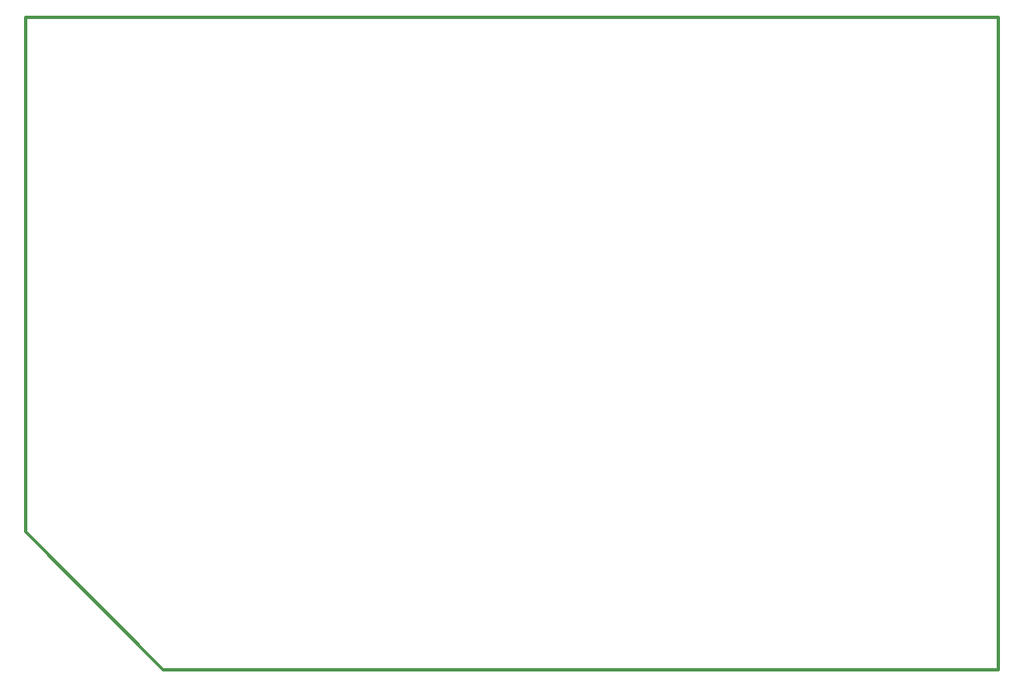
<source format=gbr>
%TF.GenerationSoftware,KiCad,Pcbnew,(6.0.9)*%
%TF.CreationDate,2023-06-16T09:03:50+03:00*%
%TF.ProjectId,pcb-design,7063622d-6465-4736-9967-6e2e6b696361,rev?*%
%TF.SameCoordinates,Original*%
%TF.FileFunction,Profile,NP*%
%FSLAX46Y46*%
G04 Gerber Fmt 4.6, Leading zero omitted, Abs format (unit mm)*
G04 Created by KiCad (PCBNEW (6.0.9)) date 2023-06-16 09:03:50*
%MOMM*%
%LPD*%
G01*
G04 APERTURE LIST*
%TA.AperFunction,Profile*%
%ADD10C,0.300000*%
%TD*%
G04 APERTURE END LIST*
D10*
X166500000Y-114200000D02*
X81000000Y-114200000D01*
X67000000Y-100000000D01*
X67000000Y-47400000D01*
X166500000Y-47400000D01*
X166500000Y-114200000D01*
M02*

</source>
